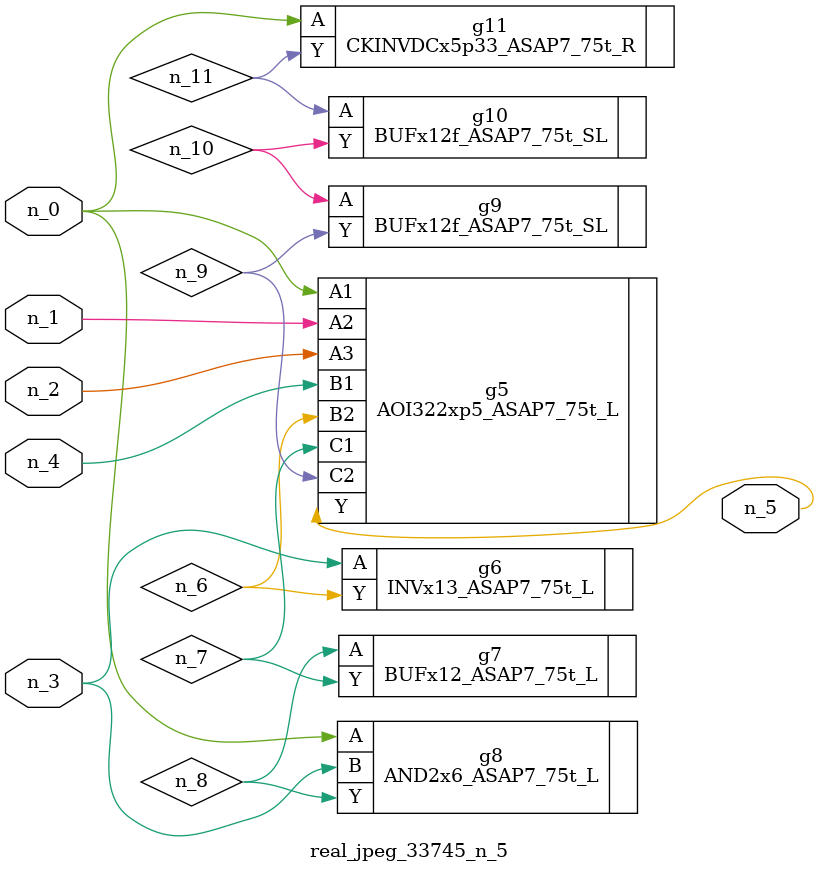
<source format=v>
module real_jpeg_33745_n_5 (n_4, n_0, n_1, n_2, n_3, n_5);

input n_4;
input n_0;
input n_1;
input n_2;
input n_3;

output n_5;

wire n_8;
wire n_11;
wire n_6;
wire n_7;
wire n_10;
wire n_9;

AOI322xp5_ASAP7_75t_L g5 ( 
.A1(n_0),
.A2(n_1),
.A3(n_2),
.B1(n_4),
.B2(n_6),
.C1(n_7),
.C2(n_9),
.Y(n_5)
);

AND2x6_ASAP7_75t_L g8 ( 
.A(n_0),
.B(n_3),
.Y(n_8)
);

CKINVDCx5p33_ASAP7_75t_R g11 ( 
.A(n_0),
.Y(n_11)
);

INVx13_ASAP7_75t_L g6 ( 
.A(n_3),
.Y(n_6)
);

BUFx12_ASAP7_75t_L g7 ( 
.A(n_8),
.Y(n_7)
);

BUFx12f_ASAP7_75t_SL g9 ( 
.A(n_10),
.Y(n_9)
);

BUFx12f_ASAP7_75t_SL g10 ( 
.A(n_11),
.Y(n_10)
);


endmodule
</source>
